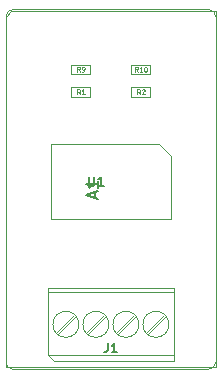
<source format=gbr>
%TF.GenerationSoftware,KiCad,Pcbnew,5.1.5+dfsg1-2~bpo10+1*%
%TF.CreationDate,Date%
%TF.ProjectId,ProMicro_ANA,50726f4d-6963-4726-9f5f-414e412e6b69,v1.0*%
%TF.SameCoordinates,Original*%
%TF.FileFunction,Other,Fab,Top*%
%FSLAX45Y45*%
G04 Gerber Fmt 4.5, Leading zero omitted, Abs format (unit mm)*
G04 Created by KiCad*
%MOMM*%
%LPD*%
G04 APERTURE LIST*
%ADD10C,0.100000*%
%ADD11C,0.150000*%
%ADD12C,0.060000*%
%ADD13C,0.200000*%
G04 APERTURE END LIST*
D10*
X-63500Y-127000D02*
G75*
G02X-127000Y-63500I0J63500D01*
G01*
X1651000Y-63500D02*
G75*
G02X1587500Y-127000I-63500J0D01*
G01*
X1587500Y2921000D02*
G75*
G02X1651000Y2857500I0J-63500D01*
G01*
X-127000Y2857500D02*
G75*
G02X-63500Y2921000I63500J0D01*
G01*
X-127000Y-63500D02*
X-127000Y2857500D01*
X1587500Y-127000D02*
X-63500Y-127000D01*
X1651000Y2857500D02*
X1651000Y-63500D01*
X-63500Y2921000D02*
X1587500Y2921000D01*
X1650000Y-111000D02*
X-127000Y-111000D01*
X-127000Y-111000D02*
X-127000Y2854000D01*
X-80000Y2904000D02*
X-127000Y2854000D01*
X-80000Y2904000D02*
X1650000Y2904000D01*
X1650000Y2904000D02*
X1650000Y-111000D01*
X936000Y2453000D02*
X1096000Y2453000D01*
X936000Y2373000D02*
X936000Y2453000D01*
X1096000Y2373000D02*
X936000Y2373000D01*
X1096000Y2453000D02*
X1096000Y2373000D01*
X588000Y2373000D02*
X428000Y2373000D01*
X588000Y2453000D02*
X588000Y2373000D01*
X428000Y2453000D02*
X588000Y2453000D01*
X428000Y2373000D02*
X428000Y2453000D01*
X936000Y2262500D02*
X1096000Y2262500D01*
X936000Y2182500D02*
X936000Y2262500D01*
X1096000Y2182500D02*
X936000Y2182500D01*
X1096000Y2262500D02*
X1096000Y2182500D01*
X428000Y2262500D02*
X588000Y2262500D01*
X428000Y2182500D02*
X428000Y2262500D01*
X588000Y2182500D02*
X428000Y2182500D01*
X588000Y2262500D02*
X588000Y2182500D01*
X1213100Y337500D02*
X1059600Y184000D01*
X1226500Y324000D02*
X1073000Y170500D01*
X959100Y337500D02*
X805600Y184000D01*
X972500Y324000D02*
X819000Y170500D01*
X705100Y337500D02*
X551600Y184000D01*
X718500Y324000D02*
X565000Y170500D01*
X451100Y337500D02*
X297500Y184000D01*
X464500Y324000D02*
X310900Y170500D01*
X231000Y524000D02*
X1293000Y524000D01*
X231000Y-6000D02*
X1293000Y-6000D01*
X231000Y-6000D02*
X231000Y564000D01*
X281000Y-56000D02*
X231000Y-6000D01*
X1293000Y-56000D02*
X281000Y-56000D01*
X1293000Y564000D02*
X1293000Y-56000D01*
X231000Y564000D02*
X1293000Y564000D01*
X1253000Y254000D02*
G75*
G03X1253000Y254000I-110000J0D01*
G01*
X999000Y254000D02*
G75*
G03X999000Y254000I-110000J0D01*
G01*
X745000Y254000D02*
G75*
G03X745000Y254000I-110000J0D01*
G01*
X491000Y254000D02*
G75*
G03X491000Y254000I-110000J0D01*
G01*
X1170000Y1778000D02*
X1270000Y1678000D01*
X254000Y1778000D02*
X1170000Y1778000D01*
X254000Y1143000D02*
X254000Y1778000D01*
X1270000Y1143000D02*
X254000Y1143000D01*
X1270000Y1678000D02*
X1270000Y1143000D01*
D11*
X626267Y1325572D02*
X626267Y1373191D01*
X654838Y1316048D02*
X554838Y1349381D01*
X654838Y1382714D01*
X654838Y1468429D02*
X654838Y1411286D01*
X654838Y1439857D02*
X554838Y1439857D01*
X569124Y1430333D01*
X578648Y1420810D01*
X583410Y1411286D01*
D12*
X990286Y2394905D02*
X976952Y2413952D01*
X967428Y2394905D02*
X967428Y2434905D01*
X982667Y2434905D01*
X986476Y2433000D01*
X988381Y2431095D01*
X990286Y2427286D01*
X990286Y2421572D01*
X988381Y2417762D01*
X986476Y2415857D01*
X982667Y2413952D01*
X967428Y2413952D01*
X1028381Y2394905D02*
X1005524Y2394905D01*
X1016952Y2394905D02*
X1016952Y2434905D01*
X1013143Y2429191D01*
X1009333Y2425381D01*
X1005524Y2423476D01*
X1053143Y2434905D02*
X1056952Y2434905D01*
X1060762Y2433000D01*
X1062667Y2431095D01*
X1064571Y2427286D01*
X1066476Y2419667D01*
X1066476Y2410143D01*
X1064571Y2402524D01*
X1062667Y2398714D01*
X1060762Y2396810D01*
X1056952Y2394905D01*
X1053143Y2394905D01*
X1049333Y2396810D01*
X1047428Y2398714D01*
X1045524Y2402524D01*
X1043619Y2410143D01*
X1043619Y2419667D01*
X1045524Y2427286D01*
X1047428Y2431095D01*
X1049333Y2433000D01*
X1053143Y2434905D01*
X501333Y2394905D02*
X488000Y2413952D01*
X478476Y2394905D02*
X478476Y2434905D01*
X493714Y2434905D01*
X497524Y2433000D01*
X499428Y2431095D01*
X501333Y2427286D01*
X501333Y2421572D01*
X499428Y2417762D01*
X497524Y2415857D01*
X493714Y2413952D01*
X478476Y2413952D01*
X520381Y2394905D02*
X528000Y2394905D01*
X531810Y2396810D01*
X533714Y2398714D01*
X537524Y2404429D01*
X539429Y2412048D01*
X539429Y2427286D01*
X537524Y2431095D01*
X535619Y2433000D01*
X531810Y2434905D01*
X524190Y2434905D01*
X520381Y2433000D01*
X518476Y2431095D01*
X516571Y2427286D01*
X516571Y2417762D01*
X518476Y2413952D01*
X520381Y2412048D01*
X524190Y2410143D01*
X531810Y2410143D01*
X535619Y2412048D01*
X537524Y2413952D01*
X539429Y2417762D01*
X1009333Y2204405D02*
X996000Y2223452D01*
X986476Y2204405D02*
X986476Y2244405D01*
X1001714Y2244405D01*
X1005524Y2242500D01*
X1007428Y2240595D01*
X1009333Y2236786D01*
X1009333Y2231072D01*
X1007428Y2227262D01*
X1005524Y2225357D01*
X1001714Y2223452D01*
X986476Y2223452D01*
X1024571Y2240595D02*
X1026476Y2242500D01*
X1030286Y2244405D01*
X1039809Y2244405D01*
X1043619Y2242500D01*
X1045524Y2240595D01*
X1047428Y2236786D01*
X1047428Y2232976D01*
X1045524Y2227262D01*
X1022667Y2204405D01*
X1047428Y2204405D01*
X501333Y2204405D02*
X488000Y2223452D01*
X478476Y2204405D02*
X478476Y2244405D01*
X493714Y2244405D01*
X497524Y2242500D01*
X499428Y2240595D01*
X501333Y2236786D01*
X501333Y2231072D01*
X499428Y2227262D01*
X497524Y2225357D01*
X493714Y2223452D01*
X478476Y2223452D01*
X539429Y2204405D02*
X516571Y2204405D01*
X528000Y2204405D02*
X528000Y2244405D01*
X524190Y2238691D01*
X520381Y2234881D01*
X516571Y2232976D01*
D13*
X735333Y97810D02*
X735333Y40667D01*
X731524Y29238D01*
X723905Y21619D01*
X712476Y17810D01*
X704857Y17810D01*
X815333Y17810D02*
X769619Y17810D01*
X792476Y17810D02*
X792476Y97810D01*
X784857Y86381D01*
X777238Y78762D01*
X769619Y74952D01*
X574048Y1504310D02*
X574048Y1439548D01*
X577857Y1431929D01*
X581667Y1428119D01*
X589286Y1424310D01*
X604524Y1424310D01*
X612143Y1428119D01*
X615952Y1431929D01*
X619762Y1439548D01*
X619762Y1504310D01*
X699762Y1424310D02*
X654048Y1424310D01*
X676905Y1424310D02*
X676905Y1504310D01*
X669286Y1492881D01*
X661667Y1485262D01*
X654048Y1481452D01*
M02*

</source>
